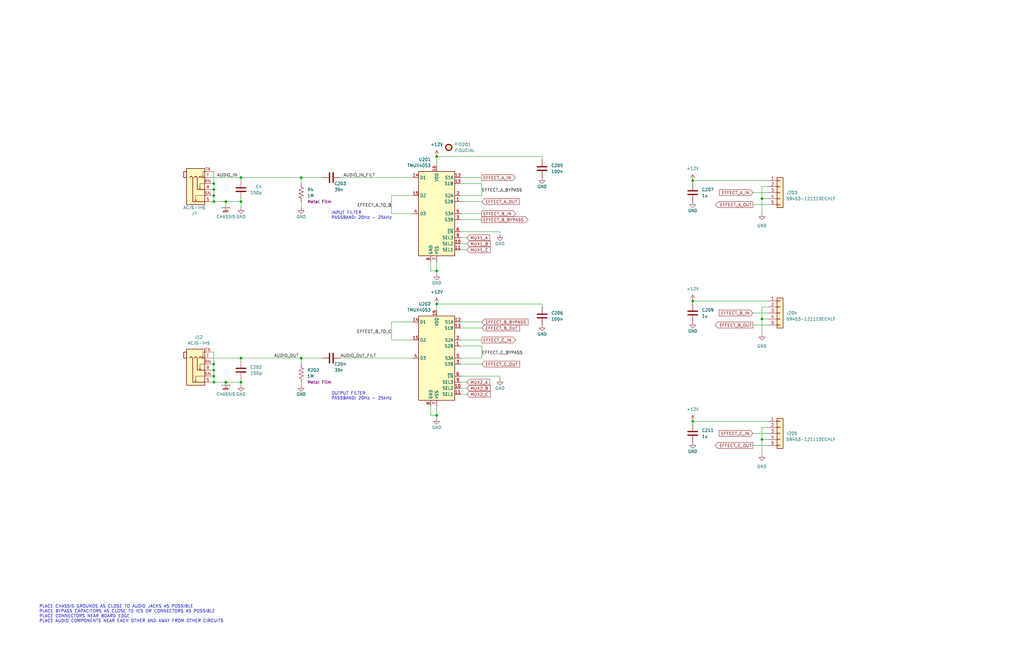
<source format=kicad_sch>
(kicad_sch (version 20231120) (generator "eeschema") (generator_version "8.0")
  (paper "USLedger")
  (title_block (title "Baseboard") (date "2023-08-19") (rev "A") (company "Alessandro Rizzoni") (comment 1 "SCHEMATIC") (comment 2 "DRAFT") (comment 3 "AIR"))
  (lib_symbols
    (symbol "Connector_Generic:Conn_01x05" (pin_names (offset 1.016) hide)
      (property "Reference" "J" (at 0 7.62 0))
      (property "Value" "Conn_01x05" (at 0 -7.62 0))
      (symbol "Conn_01x05_1_1"
        (rectangle (start -1.27 -4.953) (end 0 -5.207) (stroke (width 0.1524)))
        (rectangle (start -1.27 -2.413) (end 0 -2.667) (stroke (width 0.1524)))
        (rectangle (start -1.27 0.127) (end 0 -0.127) (stroke (width 0.1524)))
        (rectangle (start -1.27 2.667) (end 0 2.413) (stroke (width 0.1524)))
        (rectangle (start -1.27 5.207) (end 0 4.953) (stroke (width 0.1524)))
        (rectangle (start -1.27 6.35) (end 1.27 -6.35) (stroke (width 0.254)) (fill (type background)))
        (pin passive line (at -5.08 5.08 0) (length 3.81) (name "Pin_1") (number "1"))
        (pin passive line (at -5.08 2.54 0) (length 3.81) (name "Pin_2") (number "2"))
        (pin passive line (at -5.08 0 0) (length 3.81) (name "Pin_3") (number "3"))
        (pin passive line (at -5.08 -2.54 0) (length 3.81) (name "Pin_4") (number "4"))
        (pin passive line (at -5.08 -5.08 0) (length 3.81) (name "Pin_5") (number "5"))
      )
    )
    (symbol "Device:C" (pin_numbers hide) (pin_names (offset 0.254))
      (property "Reference" "C" (at 0.635 2.54 0))
      (property "Value" "C" (at 0.635 -2.54 0))
      (symbol "C_0_1"
        (polyline (pts (xy -2.032 -0.762) (xy 2.032 -0.762)) (stroke (width 0.508)))
        (polyline (pts (xy -2.032 0.762) (xy 2.032 0.762)) (stroke (width 0.508)))
      )
      (symbol "C_1_1"
        (pin passive line (at 0 3.81 270) (length 2.794) (name "~") (number "1"))
        (pin passive line (at 0 -3.81 90) (length 2.794) (name "~") (number "2"))
      )
    )
    (symbol "Device:R_US" (pin_numbers hide) (pin_names (offset 0))
      (property "Reference" "R" (at 2.54 0 90))
      (property "Value" "R_US" (at -2.54 0 90))
      (symbol "R_US_0_1"
        (polyline (pts (xy 0 -2.286) (xy 0 -2.54)))
        (polyline (pts (xy 0 2.286) (xy 0 2.54)))
        (polyline (pts (xy 0 -0.762) (xy 1.016 -1.143) (xy 0 -1.524) (xy -1.016 -1.905) (xy 0 -2.286)))
        (polyline (pts (xy 0 0.762) (xy 1.016 0.381) (xy 0 0) (xy -1.016 -0.381) (xy 0 -0.762)))
        (polyline (pts (xy 0 2.286) (xy 1.016 1.905) (xy 0 1.524) (xy -1.016 1.143) (xy 0 0.762)))
      )
      (symbol "R_US_1_1"
        (pin passive line (at 0 3.81 270) (length 1.27) (name "~") (number "1"))
        (pin passive line (at 0 -3.81 90) (length 1.27) (name "~") (number "2"))
      )
    )
    (symbol "Library:ACJS-IHS"
      (property "Reference" "J2" (at -1.905 11.43 0))
      (property "Value" "1/4\" JACK, STEREO" (at -1.905 8.89 0))
      (symbol "ACJS-IHS_0_1"
        (rectangle (start -6.35 -5.08) (end -5.08 -7.62) (stroke (width 0.254)))
        (polyline (pts (xy -1.27 4.826) (xy -1.016 4.318)))
        (polyline (pts (xy 0.508 -0.254) (xy 0.762 -0.762)))
        (polyline (pts (xy 1.778 -5.334) (xy 2.032 -5.842)))
        (polyline (pts (xy 0 -5.08) (xy 0.635 -5.715) (xy 1.27 -5.08) (xy 2.54 -5.08)) (stroke (width 0.254)))
        (polyline (pts (xy 2.54 -7.62) (xy 1.778 -7.62) (xy 1.778 -5.334) (xy 1.524 -5.842)))
        (polyline (pts (xy 2.54 -2.54) (xy 0.508 -2.54) (xy 0.508 -0.254) (xy 0.254 -0.762)))
        (polyline (pts (xy 2.54 2.54) (xy -1.27 2.54) (xy -1.27 4.826) (xy -1.524 4.318)))
        (polyline (pts (xy -1.905 -5.08) (xy -1.27 -5.715) (xy -0.635 -5.08) (xy -0.635 0) (xy 2.54 0)) (stroke (width 0.254)))
        (polyline (pts (xy 2.54 5.08) (xy -2.54 5.08) (xy -2.54 -5.08) (xy -3.175 -5.715) (xy -3.81 -5.08)) (stroke (width 0.254)))
        (rectangle (start 2.54 6.35) (end -5.08 -8.89) (stroke (width 0.254)) (fill (type background)))
      )
      (symbol "ACJS-IHS_1_1"
        (pin passive line (at 5.08 0 180) (length 2.54) (name "~") (number "R"))
        (pin passive line (at 5.08 -2.54 180) (length 2.54) (name "~") (number "RN"))
        (pin passive line (at 5.08 5.08 180) (length 2.54) (name "~") (number "S"))
        (pin passive line (at 5.08 2.54 180) (length 2.54) (name "~") (number "SN"))
        (pin passive line (at 5.08 -5.08 180) (length 2.54) (name "~") (number "T"))
        (pin passive line (at 5.08 -7.62 180) (length 2.54) (name "~") (number "TN"))
      )
    )
    (symbol "Library:Chassis" (pin_names (offset 0))
      (property "Value" "CHASSIS" (at 0 -3.302 0))
      (symbol "Chassis_0_1"
        (polyline (pts (xy 0 -1.27) (xy 0 0)))
        (polyline (pts (xy -1.016 -1.27) (xy -1.27 -2.032) (xy -1.27 -2.032)) (stroke (width 0.2032)))
        (polyline (pts (xy -0.508 -1.27) (xy -0.762 -2.032) (xy -0.762 -2.032)) (stroke (width 0.2032)))
        (polyline (pts (xy 0 -1.27) (xy -0.254 -2.032) (xy -0.254 -2.032)) (stroke (width 0.2032)))
        (polyline (pts (xy 0.508 -1.27) (xy 0.254 -2.032) (xy 0.254 -2.032)) (stroke (width 0.2032)))
        (polyline (pts (xy 1.016 -1.27) (xy -1.016 -1.27) (xy -1.016 -1.27)) (stroke (width 0.2032)))
        (polyline (pts (xy 1.016 -1.27) (xy 0.762 -2.032) (xy 0.762 -2.032) (xy 0.762 -2.032)) (stroke (width 0.2032)))
      )
      (symbol "Chassis_1_1"
        (pin power_in line (at 0 0 270) (length 0) (name "1") (number "1"))
      )
    )
    (symbol "Library:TI_TMUX_4053"
      (property "Reference" "U" (at -31.75 1.27 0))
      (property "Value" "TMUX 4053" (at -31.75 1.27 0))
      (symbol "TI_TMUX_4053_0_0"
        (pin bidirectional line (at -10.16 -1.27 0) (length 2.54) (name "S2B") (number "1"))
        (pin input line (at -10.16 -19.05 0) (length 2.54) (name "SEL2") (number "10"))
        (pin input line (at -10.16 -21.59 0) (length 2.54) (name "SEL1") (number "11"))
        (pin bidirectional line (at -10.16 8.89 0) (length 2.54) (name "S1A") (number "12"))
        (pin bidirectional line (at -10.16 6.35 0) (length 2.54) (name "S1B") (number "13"))
        (pin bidirectional line (at 10.16 8.89 180) (length 2.54) (name "D1") (number "14"))
        (pin bidirectional line (at 10.16 1.27 180) (length 2.54) (name "D2") (number "15"))
        (pin power_in line (at 0 13.97 270) (length 2.54) (name "VDD") (number "16"))
        (pin bidirectional line (at -10.16 1.27 0) (length 2.54) (name "S2A") (number "2"))
        (pin bidirectional line (at -10.16 -8.89 0) (length 2.54) (name "S3B") (number "3"))
        (pin bidirectional line (at 10.16 -6.35 180) (length 2.54) (name "D3") (number "4"))
        (pin bidirectional line (at -10.16 -6.35 0) (length 2.54) (name "S3A") (number "5"))
        (pin input line (at -10.16 -13.97 0) (length 2.54) (name "~{EN}") (number "6"))
        (pin power_in line (at 0 -26.67 90) (length 2.54) (name "VSS") (number "7"))
        (pin power_in line (at 2.54 -26.67 90) (length 2.54) (name "GND") (number "8"))
        (pin input line (at -10.16 -16.51 0) (length 2.54) (name "SEL3") (number "9"))
      )
      (symbol "TI_TMUX_4053_1_0"
        (pin power_in line (at 2.54 -26.67 90) (length 2.54) hide (name "GND") (number "17"))
      )
      (symbol "TI_TMUX_4053_1_1"
        (rectangle (start -7.62 11.43) (end 7.62 -24.13) (stroke (width 0.254)) (fill (type background)))
      )
    )
    (symbol "Mechanical:Fiducial" (exclude_from_sim yes) (in_bom no)
      (property "Reference" "FID" (at 0 5.08 0))
      (property "Value" "Fiducial" (at 0 3.175 0))
      (symbol "Fiducial_0_1"
        (circle (center 0 0) (radius 1.27) (stroke (width 0.508)) (fill (type background)))
      )
    )
    (symbol "power:+9V" (power) (pin_numbers hide) (pin_names (offset 0) hide)
      (property "Value" "+9V" (at 0 3.556 0))
      (symbol "+9V_0_1"
        (polyline (pts (xy -0.762 1.27) (xy 0 2.54)))
        (polyline (pts (xy 0 0) (xy 0 2.54)))
        (polyline (pts (xy 0 2.54) (xy 0.762 1.27)))
      )
      (symbol "+9V_1_1"
        (pin power_in line (at 0 0 90) (length 0) (name "~") (number "1"))
      )
    )
    (symbol "power:GND" (power) (pin_numbers hide) (pin_names (offset 0) hide)
      (property "Value" "GND" (at 0 -3.81 0))
      (symbol "GND_0_1"
        (polyline (pts (xy 0 0) (xy 0 -1.27) (xy 1.27 -1.27) (xy 0 -2.54) (xy -1.27 -1.27) (xy 0 -1.27)))
      )
      (symbol "GND_1_1"
        (pin power_in line (at 0 0 270) (length 0) (name "~") (number "1"))
      )
    )
  )
  (junction (at 184.15 66.04))
  (junction (at 184.15 114.3))
  (junction (at 184.15 175.26))
  (junction (at 101.6 161.29))
  (junction (at 90.17 77.47))
  (junction (at 90.17 156.21))
  (junction (at 90.17 80.01))
  (junction (at 90.17 85.09))
  (junction (at 95.25 161.29))
  (junction (at 292.1 76.2))
  (junction (at 90.17 158.75))
  (junction (at 127 74.93))
  (junction (at 321.31 83.82))
  (junction (at 321.31 134.62))
  (junction (at 90.17 161.29))
  (junction (at 127 151.13))
  (junction (at 101.6 85.09))
  (junction (at 184.15 128.27))
  (junction (at 101.6 74.93))
  (junction (at 90.17 82.55))
  (junction (at 101.6 151.13))
  (junction (at 292.1 177.8))
  (junction (at 90.17 153.67))
  (junction (at 292.1 127))
  (junction (at 95.25 85.09))
  (junction (at 321.31 185.42))
  (wire (pts (xy 184.15 176.53) (xy 184.15 175.26)))
  (wire (pts (xy 181.61 110.49) (xy 181.61 114.3)))
  (wire (pts (xy 90.17 85.09) (xy 88.9 85.09)))
  (wire (pts (xy 194.31 161.29) (xy 196.85 161.29)))
  (wire (pts (xy 194.31 97.79) (xy 210.82 97.79)))
  (wire (pts (xy 88.9 80.01) (xy 90.17 80.01)))
  (wire (pts (xy 194.31 105.41) (xy 196.85 105.41)))
  (wire (pts (xy 210.82 160.02) (xy 210.82 158.75)))
  (wire (pts (xy 165.1 135.89) (xy 173.99 135.89)))
  (wire (pts (xy 90.17 77.47) (xy 90.17 72.39)))
  (wire (pts (xy 88.9 77.47) (xy 90.17 77.47)))
  (wire (pts (xy 321.31 134.62) (xy 323.85 134.62)))
  (wire (pts (xy 127 85.09) (xy 127 87.63)))
  (wire (pts (xy 184.15 66.04) (xy 184.15 69.85)))
  (wire (pts (xy 101.6 161.29) (xy 95.25 161.29)))
  (wire (pts (xy 184.15 128.27) (xy 228.6 128.27)))
  (wire (pts (xy 90.17 80.01) (xy 90.17 77.47)))
  (wire (pts (xy 88.9 148.59) (xy 90.17 148.59)))
  (wire (pts (xy 184.15 171.45) (xy 184.15 175.26)))
  (wire (pts (xy 101.6 151.13) (xy 127 151.13)))
  (wire (pts (xy 317.5 132.08) (xy 323.85 132.08)))
  (wire (pts (xy 127 74.93) (xy 127 77.47)))
  (wire (pts (xy 292.1 177.8) (xy 323.85 177.8)))
  (wire (pts (xy 135.89 151.13) (xy 127 151.13)))
  (wire (pts (xy 321.31 78.74) (xy 323.85 78.74)))
  (wire (pts (xy 90.17 82.55) (xy 90.17 80.01)))
  (wire (pts (xy 143.51 74.93) (xy 173.99 74.93)))
  (wire (pts (xy 317.5 86.36) (xy 323.85 86.36)))
  (wire (pts (xy 292.1 177.8) (xy 292.1 179.07)))
  (wire (pts (xy 292.1 127) (xy 323.85 127)))
  (wire (pts (xy 181.61 175.26) (xy 184.15 175.26)))
  (wire (pts (xy 181.61 171.45) (xy 181.61 175.26)))
  (wire (pts (xy 210.82 99.06) (xy 210.82 97.79)))
  (wire (pts (xy 194.31 143.51) (xy 203.2 143.51)))
  (wire (pts (xy 90.17 156.21) (xy 88.9 156.21)))
  (wire (pts (xy 194.31 166.37) (xy 196.85 166.37)))
  (wire (pts (xy 203.2 146.05) (xy 203.2 151.13)))
  (wire (pts (xy 321.31 83.82) (xy 321.31 78.74)))
  (wire (pts (xy 101.6 74.93) (xy 101.6 76.2)))
  (wire (pts (xy 194.31 82.55) (xy 203.2 82.55)))
  (wire (pts (xy 317.5 187.96) (xy 323.85 187.96)))
  (wire (pts (xy 321.31 180.34) (xy 323.85 180.34)))
  (wire (pts (xy 321.31 83.82) (xy 321.31 90.17)))
  (wire (pts (xy 90.17 158.75) (xy 90.17 161.29)))
  (wire (pts (xy 101.6 83.82) (xy 101.6 85.09)))
  (wire (pts (xy 101.6 160.02) (xy 101.6 161.29)))
  (wire (pts (xy 321.31 129.54) (xy 323.85 129.54)))
  (wire (pts (xy 317.5 81.28) (xy 323.85 81.28)))
  (wire (pts (xy 184.15 130.81) (xy 184.15 128.27)))
  (wire (pts (xy 194.31 151.13) (xy 203.2 151.13)))
  (wire (pts (xy 90.17 161.29) (xy 95.25 161.29)))
  (wire (pts (xy 88.9 72.39) (xy 90.17 72.39)))
  (wire (pts (xy 90.17 148.59) (xy 90.17 153.67)))
  (wire (pts (xy 127 74.93) (xy 135.89 74.93)))
  (wire (pts (xy 317.5 137.16) (xy 323.85 137.16)))
  (wire (pts (xy 228.6 66.04) (xy 228.6 67.31)))
  (wire (pts (xy 184.15 66.04) (xy 228.6 66.04)))
  (wire (pts (xy 317.5 182.88) (xy 323.85 182.88)))
  (wire (pts (xy 127 153.67) (xy 127 151.13)))
  (wire (pts (xy 95.25 161.29) (xy 95.25 162.56)))
  (wire (pts (xy 321.31 83.82) (xy 323.85 83.82)))
  (wire (pts (xy 165.1 82.55) (xy 165.1 90.17)))
  (wire (pts (xy 321.31 185.42) (xy 323.85 185.42)))
  (wire (pts (xy 194.31 146.05) (xy 203.2 146.05)))
  (wire (pts (xy 165.1 90.17) (xy 173.99 90.17)))
  (wire (pts (xy 321.31 134.62) (xy 321.31 140.97)))
  (wire (pts (xy 194.31 92.71) (xy 203.2 92.71)))
  (wire (pts (xy 88.9 74.93) (xy 101.6 74.93)))
  (wire (pts (xy 194.31 102.87) (xy 196.85 102.87)))
  (wire (pts (xy 194.31 163.83) (xy 196.85 163.83)))
  (wire (pts (xy 194.31 100.33) (xy 196.85 100.33)))
  (wire (pts (xy 95.25 85.09) (xy 95.25 87.63)))
  (wire (pts (xy 181.61 114.3) (xy 184.15 114.3)))
  (wire (pts (xy 143.51 151.13) (xy 173.99 151.13)))
  (wire (pts (xy 203.2 77.47) (xy 203.2 82.55)))
  (wire (pts (xy 165.1 82.55) (xy 173.99 82.55)))
  (wire (pts (xy 165.1 143.51) (xy 173.99 143.51)))
  (wire (pts (xy 194.31 138.43) (xy 203.2 138.43)))
  (wire (pts (xy 292.1 76.2) (xy 323.85 76.2)))
  (wire (pts (xy 194.31 135.89) (xy 203.2 135.89)))
  (wire (pts (xy 127 161.29) (xy 127 162.56)))
  (wire (pts (xy 194.31 85.09) (xy 203.2 85.09)))
  (wire (pts (xy 101.6 161.29) (xy 101.6 162.56)))
  (wire (pts (xy 321.31 134.62) (xy 321.31 129.54)))
  (wire (pts (xy 321.31 185.42) (xy 321.31 191.77)))
  (wire (pts (xy 101.6 151.13) (xy 101.6 152.4)))
  (wire (pts (xy 194.31 153.67) (xy 203.2 153.67)))
  (wire (pts (xy 194.31 74.93) (xy 203.2 74.93)))
  (wire (pts (xy 194.31 158.75) (xy 210.82 158.75)))
  (wire (pts (xy 165.1 135.89) (xy 165.1 143.51)))
  (wire (pts (xy 292.1 127) (xy 292.1 128.27)))
  (wire (pts (xy 101.6 85.09) (xy 101.6 87.63)))
  (wire (pts (xy 184.15 110.49) (xy 184.15 114.3)))
  (wire (pts (xy 292.1 76.2) (xy 292.1 77.47)))
  (wire (pts (xy 321.31 185.42) (xy 321.31 180.34)))
  (wire (pts (xy 88.9 153.67) (xy 90.17 153.67)))
  (wire (pts (xy 194.31 90.17) (xy 203.2 90.17)))
  (wire (pts (xy 228.6 128.27) (xy 228.6 129.54)))
  (wire (pts (xy 101.6 74.93) (xy 127 74.93)))
  (wire (pts (xy 194.31 77.47) (xy 203.2 77.47)))
  (wire (pts (xy 184.15 115.57) (xy 184.15 114.3)))
  (wire (pts (xy 95.25 85.09) (xy 90.17 85.09)))
  (wire (pts (xy 90.17 156.21) (xy 90.17 158.75)))
  (wire (pts (xy 90.17 153.67) (xy 90.17 156.21)))
  (wire (pts (xy 90.17 82.55) (xy 90.17 85.09)))
  (wire (pts (xy 88.9 161.29) (xy 90.17 161.29)))
  (wire (pts (xy 88.9 82.55) (xy 90.17 82.55)))
  (wire (pts (xy 101.6 85.09) (xy 95.25 85.09)))
  (wire (pts (xy 90.17 158.75) (xy 88.9 158.75)))
  (wire (pts (xy 101.6 151.13) (xy 88.9 151.13)))
  (text "INPUT FILTER\nPASSBAND: 20Hz - 25kHz" (at 139.7 92.71 0) (effects (font (size 1.27 1.27)) (justify left bottom)))
  (text "PLACE CHASSIS GROUNDS AS CLOSE TO AUDIO JACKS AS POSSIBLE\nPLACE BYPASS CAPACITORS AS CLOSE TO ICS OR CONNECTORS AS POSSIBLE\nPLACE CONNECTORS NEAR BOARD EDGE\nPLACE AUDIO COMPONENTS NEAR EACH OTHER AND AWAY FROM OTHER CIRCUITS\n" (at 16.51 262.89 0) (effects (font (size 1.27 1.27)) (justify left bottom)))
  (text "OUTPUT FILTER\nPASSBAND: 20Hz - 25kHz" (at 139.7 168.91 0) (effects (font (size 1.27 1.27)) (justify left bottom)))
  (label "AUDIO_IN_FILT" (at 144.78 74.93 0))
  (label "EFFECT_B_TO_C" (at 165.1 140.97 180))
  (label "EFFECT_A_BYPASS" (at 203.2 81.28 0))
  (label "EFFECT_A_TO_B" (at 165.1 87.63 180))
  (label "EFFECT_C_BYPASS" (at 203.2 149.86 0))
  (label "AUDIO_OUT_FILT" (at 143.51 151.13 0))
  (label "AUDIO_OUT" (at 115.57 151.13 0))
  (label "AUDIO_IN" (at 91.44 74.93 0))
  (global_label "EFFECT_B_IN" (shape output) (at 203.2 90.17 0) (property "Intersheetrefs" "${INTERSHEET_REFS}" (effects (hide yes))))
  (global_label "MUX2_B" (shape input) (at 196.85 163.83 0) (property "Intersheetrefs" "${INTERSHEET_REFS}" (effects (hide yes))))
  (global_label "EFFECT_C_IN" (shape input) (at 317.5 182.88 180) (property "Intersheetrefs" "${INTERSHEET_REFS}" (effects (hide yes))))
  (global_label "MUX2_C" (shape input) (at 196.85 166.37 0) (property "Intersheetrefs" "${INTERSHEET_REFS}" (effects (hide yes))))
  (global_label "EFFECT_B_IN" (shape input) (at 317.5 132.08 180) (property "Intersheetrefs" "${INTERSHEET_REFS}" (effects (hide yes))))
  (global_label "EFFECT_A_OUT" (shape output) (at 317.5 86.36 180) (property "Intersheetrefs" "${INTERSHEET_REFS}" (effects (hide yes))))
  (global_label "EFFECT_C_OUT" (shape input) (at 203.2 153.67 0) (property "Intersheetrefs" "${INTERSHEET_REFS}" (effects (hide yes))))
  (global_label "EFFECT_B_BYPASS" (shape input) (at 203.2 135.89 0) (property "Intersheetrefs" "${INTERSHEET_REFS}" (effects (hide yes))))
  (global_label "EFFECT_B_OUT" (shape output) (at 317.5 137.16 180) (property "Intersheetrefs" "${INTERSHEET_REFS}" (effects (hide yes))))
  (global_label "MUX1_A" (shape input) (at 196.85 100.33 0) (property "Intersheetrefs" "${INTERSHEET_REFS}" (effects (hide yes))))
  (global_label "EFFECT_A_IN" (shape input) (at 317.5 81.28 180) (property "Intersheetrefs" "${INTERSHEET_REFS}" (effects (hide yes))))
  (global_label "MUX2_A" (shape input) (at 196.85 161.29 0) (property "Intersheetrefs" "${INTERSHEET_REFS}" (effects (hide yes))))
  (global_label "MUX1_B" (shape input) (at 196.85 102.87 0) (property "Intersheetrefs" "${INTERSHEET_REFS}" (effects (hide yes))))
  (global_label "EFFECT_A_OUT" (shape input) (at 203.2 85.09 0) (property "Intersheetrefs" "${INTERSHEET_REFS}" (effects (hide yes))))
  (global_label "EFFECT_B_BYPASS" (shape output) (at 203.2 92.71 0) (property "Intersheetrefs" "${INTERSHEET_REFS}" (effects (hide yes))))
  (global_label "EFFECT_B_OUT" (shape input) (at 203.2 138.43 0) (property "Intersheetrefs" "${INTERSHEET_REFS}" (effects (hide yes))))
  (global_label "EFFECT_C_IN" (shape output) (at 203.2 143.51 0) (property "Intersheetrefs" "${INTERSHEET_REFS}" (effects (hide yes))))
  (global_label "EFFECT_C_OUT" (shape output) (at 317.5 187.96 180) (property "Intersheetrefs" "${INTERSHEET_REFS}" (effects (hide yes))))
  (global_label "EFFECT_A_IN" (shape output) (at 203.2 74.93 0) (property "Intersheetrefs" "${INTERSHEET_REFS}" (effects (hide yes))))
  (global_label "MUX1_C" (shape input) (at 196.85 105.41 0) (property "Intersheetrefs" "${INTERSHEET_REFS}" (effects (hide yes))))
  (symbol (lib_id "Mechanical:Fiducial") (at 189.23 62.23 0) (unit 1)
    (property "Reference" "FID201" (at 191.77 60.96 0) (effects (justify left)))
    (property "Value" "FIDUCIAL" (at 191.77 63.5 0) (effects (justify left)))
    (property "Footprint" "Fiducial:Fiducial_0.5mm_Mask1mm" (effects (hide yes)))
    (property "Description" "Fiducial Marker" (effects (hide yes)))
    (property "Manufacturer" "N/A" (effects (hide yes)))
    (property "Part Number" "N/A" (effects (hide yes)))
    (property "Manufacturer (Alternate)" "N/A" (effects (hide yes)))
    (property "Part Number (Alternate)" "N/A" (effects (hide yes)))
  )
  (symbol (lib_id "Device:C") (at 228.6 71.12 0) (unit 1)
    (property "Reference" "C205" (at 232.41 69.85 0) (effects (justify left)))
    (property "Value" "100n" (at 232.41 72.39 0) (effects (justify left)))
    (property "Footprint" "Capacitor_SMD:C_0402_1005Metric" (effects (hide yes)))
    (property "Description" "Unpolarized capacitor" (effects (hide yes)))
  )
  (symbol (lib_id "power:GND") (at 292.1 85.09 0) (unit 1)
    (property "Reference" "#PWR0214" (effects (hide yes)))
    (property "Value" "GND" (at 292.1 88.9 0))
    (property "Description" "Power symbol creates a global label with name \"GND\" , ground" (effects (hide yes)))
  )
  (symbol (lib_id "power:+9V") (at 292.1 177.8 0) (unit 1)
    (property "Reference" "#PWR0221" (effects (hide yes)))
    (property "Value" "+12V" (at 292.1 172.72 0))
    (property "Description" "Power symbol creates a global label with name \"+9V\"" (effects (hide yes)))
  )
  (symbol (lib_id "power:GND") (at 184.15 115.57 0) (unit 1)
    (property "Reference" "#PWR0206" (effects (hide yes)))
    (property "Value" "GND" (at 184.15 119.38 0))
    (property "Description" "Power symbol creates a global label with name \"GND\" , ground" (effects (hide yes)))
  )
  (symbol (lib_id "power:GND") (at 321.31 140.97 0) (unit 1)
    (property "Reference" "#PWR0215" (effects (hide yes)))
    (property "Value" "GND" (at 321.31 146.05 0))
    (property "Description" "Power symbol creates a global label with name \"GND\" , ground" (effects (hide yes)))
  )
  (symbol (lib_id "power:GND") (at 210.82 99.06 0) (unit 1)
    (property "Reference" "#PWR0209" (effects (hide yes)))
    (property "Value" "GND" (at 210.82 102.87 0))
    (property "Description" "Power symbol creates a global label with name \"GND\" , ground" (effects (hide yes)))
  )
  (symbol (lib_id "Device:C") (at 292.1 132.08 0) (mirror x) (unit 1) (exclude_from_sim yes)
    (property "Reference" "C209" (at 295.91 130.81 0) (effects (justify left)))
    (property "Value" "1u" (at 295.91 133.35 0) (effects (justify left)))
    (property "Footprint" "Capacitor_SMD:C_0603_1608Metric" (effects (hide yes)))
    (property "Description" "Unpolarized capacitor" (effects (hide yes)))
    (property "Note 1" "30V" (effects (hide yes)))
  )
  (symbol (lib_id "Library:Chassis") (at 95.25 162.56 0) (unit 1) (exclude_from_sim yes)
    (property "Reference" "G202" (effects (hide yes)))
    (property "Value" "CHASSIS" (at 95.25 166.37 0))
    (property "Footprint" "Library:Harwin_EMI_Finger_S7061-46R" (effects (hide yes)))
    (property "Datasheet" "https://cdn.harwin.com/pdfs/Harwin_Product_Catalog_page_281.pdf" (effects (hide yes)))
    (property "Description" "Power symbol creates a global label with name \"Chassis\" , chassis ground" (effects (hide yes)))
    (property "Manufacturer" "Harwin" (effects (hide yes)))
    (property "Part Number" "S7061-46R" (effects (hide yes)))
    (property "Manufacturer (Alternate)" "Harwin" (effects (hide yes)))
    (property "Part Number (Alternate)" "S7061-42R" (effects (hide yes)))
  )
  (symbol (lib_id "Device:R_US") (at 127 157.48 0) (unit 1) (exclude_from_sim yes)
    (property "Reference" "R202" (at 129.54 156.21 0) (effects (justify left)))
    (property "Value" "1M" (at 129.54 158.75 0) (effects (justify left)))
    (property "Footprint" "Resistor_SMD:R_0603_1608Metric" (effects (hide yes)))
    (property "Description" "Resistor, US symbol" (effects (hide yes)))
    (property "Note 1" "Metal Film" (at 129.54 161.29 0) (effects (justify left)))
  )
  (symbol (lib_id "Connector_Generic:Conn_01x05") (at 328.93 81.28 0) (unit 1)
    (property "Reference" "J203" (at 331.47 81.28 0) (effects (justify left)))
    (property "Value" "59453-121110ECHLF" (at 331.47 83.82 0) (effects (justify left)))
    (property "Footprint" "Library:TE_6-440054-5" (effects (hide yes)))
    (property "Description" "Generic connector, single row, 01x05, script generated (kicad-library-utils/schlib/autogen/connector/)" (effects (hide yes)))
    (property "Manufacturer" "Amphenol ICC" (effects (hide yes)))
    (property "Part Number" "59453-121110ECHLF" (effects (hide yes)))
    (property "Manufacturer (Alternate)" "Amphenol ICC" (effects (hide yes)))
    (property "Part Number (Alternate)" "59453-121110EDHLF" (effects (hide yes)))
  )
  (symbol (lib_id "Connector_Generic:Conn_01x05") (at 328.93 182.88 0) (unit 1)
    (property "Reference" "J205" (at 331.47 182.88 0) (effects (justify left)))
    (property "Value" "59453-121110ECHLF" (at 331.47 185.42 0) (effects (justify left)))
    (property "Footprint" "Library:TE_6-440054-5" (effects (hide yes)))
    (property "Description" "Generic connector, single row, 01x05, script generated (kicad-library-utils/schlib/autogen/connector/)" (effects (hide yes)))
    (property "Manufacturer" "Amphenol ICC" (effects (hide yes)))
    (property "Part Number" "59453-121110ECHLF" (effects (hide yes)))
    (property "Manufacturer (Alternate)" "Amphenol ICC" (effects (hide yes)))
    (property "Part Number (Alternate)" "59453-121110EDHLF" (effects (hide yes)))
  )
  (symbol (lib_id "power:GND") (at 101.6 87.63 0) (mirror y) (unit 1)
    (property "Reference" "#PWR0201" (effects (hide yes)))
    (property "Value" "GND" (at 101.6 91.44 0))
    (property "Description" "Power symbol creates a global label with name \"GND\" , ground" (effects (hide yes)))
  )
  (symbol (lib_id "power:GND") (at 127 162.56 0) (mirror y) (unit 1)
    (property "Reference" "#PWR0204" (effects (hide yes)))
    (property "Value" "GND" (at 127 166.37 0))
    (property "Description" "Power symbol creates a global label with name \"GND\" , ground" (effects (hide yes)))
  )
  (symbol (lib_id "power:GND") (at 228.6 74.93 0) (unit 1)
    (property "Reference" "#PWR0211" (effects (hide yes)))
    (property "Value" "GND" (at 228.6 78.74 0))
    (property "Description" "Power symbol creates a global label with name \"GND\" , ground" (effects (hide yes)))
  )
  (symbol (lib_id "Device:C") (at 101.6 80.01 0) (mirror y) (unit 1) (exclude_from_sim yes)
    (property "Reference" "C4" (at 110.49 78.74 0) (effects (justify left)))
    (property "Value" "150p" (at 110.49 81.28 0) (effects (justify left)))
    (property "Footprint" "Capacitor_SMD:C_0603_1608Metric" (effects (hide yes)))
    (property "Description" "Unpolarized capacitor" (effects (hide yes)))
    (property "Note 1" "30V " (effects (hide yes)))
    (property "Note 2" "C0G(NP0)" (effects (hide yes)))
  )
  (symbol (lib_id "Device:R_US") (at 127 81.28 0) (unit 1) (exclude_from_sim yes)
    (property "Reference" "R4" (at 129.54 80.01 0) (effects (justify left)))
    (property "Value" "1M" (at 129.54 82.55 0) (effects (justify left)))
    (property "Footprint" "Resistor_SMD:R_0603_1608Metric" (effects (hide yes)))
    (property "Description" "Resistor, US symbol" (effects (hide yes)))
    (property "Note 1" "Metal Film" (at 129.54 85.09 0) (effects (justify left)))
  )
  (symbol (lib_id "Library:TI_TMUX_4053") (at 184.15 83.82 0) (mirror y) (unit 1)
    (property "Reference" "U201" (at 181.7075 67.31 0) (effects (justify left)))
    (property "Value" "TMUX4053" (at 181.7075 69.85 0) (effects (justify left)))
    (property "Footprint" "Library:Texas_BQB0016A_WQFN-16" (effects (hide yes)))
    (property "Datasheet" "https://www.ti.com/lit/ds/symlink/tmux4053.pdf?ts=1715636648226&ref_url=https%253A%252F%252Fwww.ti.com%252Fproduct%252FTMUX4053" (effects (hide yes)))
    (property "Manufacturer" "Texas Instruments" (effects (hide yes)))
    (property "Part Number" "TMUX4053BQBR" (effects (hide yes)))
    (property "Manufacturer (Alternate)" "Nexperia" (effects (hide yes)))
    (property "Part Number (Alternate)" "74HC4053BQ,115 " (effects (hide yes)))
  )
  (symbol (lib_id "Device:C") (at 292.1 182.88 0) (mirror x) (unit 1) (exclude_from_sim yes)
    (property "Reference" "C211" (at 295.91 181.61 0) (effects (justify left)))
    (property "Value" "1u" (at 295.91 184.15 0) (effects (justify left)))
    (property "Footprint" "Capacitor_SMD:C_0603_1608Metric" (effects (hide yes)))
    (property "Description" "Unpolarized capacitor" (effects (hide yes)))
    (property "Note 1" "30V" (effects (hide yes)))
  )
  (symbol (lib_id "Library:ACJS-IHS") (at 83.82 80.01 0) (mirror x) (unit 1) (exclude_from_sim yes)
    (property "Reference" "J7" (at 81.915 90.17 0))
    (property "Value" "ACJS-IHS" (at 81.915 87.63 0))
    (property "Footprint" "Library:Amphenol_ACJS-IHS" (effects (hide yes)))
    (property "Description" "Audio Jack, 3 Poles (Stereo / TRS), Switched Poles (Normalling)" (effects (hide yes)))
    (property "Manufacturer" "Amphenol Audio" (effects (hide yes)))
    (property "Part Number" "ACJS-IHS" (effects (hide yes)))
    (property "Manufacturer (Alternate)" "Amphenol " (effects (hide yes)))
    (property "Part Number (Alternate)" "ACJS-MHS" (effects (hide yes)))
  )
  (symbol (lib_id "Library:ACJS-IHS") (at 83.82 156.21 0) (mirror x) (unit 1) (exclude_from_sim yes)
    (property "Reference" "J12" (at 83.82 142.24 0))
    (property "Value" "ACJS-IHS" (at 83.82 144.78 0))
    (property "Footprint" "Library:Amphenol_ACJS-IHS" (effects (hide yes)))
    (property "Description" "Audio Jack, 3 Poles (Stereo / TRS), Switched Poles (Normalling)" (effects (hide yes)))
    (property "Manufacturer" "Amphenol Audio" (effects (hide yes)))
    (property "Part Number" "ACJS-IHS" (effects (hide yes)))
    (property "Manufacturer (Alternate)" "Amphenol " (effects (hide yes)))
    (property "Part Number (Alternate)" "ACJS-MHS" (effects (hide yes)))
  )
  (symbol (lib_id "power:GND") (at 228.6 137.16 0) (unit 1)
    (property "Reference" "#PWR0212" (effects (hide yes)))
    (property "Value" "GND" (at 228.6 140.97 0))
    (property "Description" "Power symbol creates a global label with name \"GND\" , ground" (effects (hide yes)))
  )
  (symbol (lib_id "power:GND") (at 127 87.63 0) (unit 1)
    (property "Reference" "#PWR0203" (effects (hide yes)))
    (property "Value" "GND" (at 127 91.44 0))
    (property "Description" "Power symbol creates a global label with name \"GND\" , ground" (effects (hide yes)))
  )
  (symbol (lib_id "Device:C") (at 101.6 156.21 0) (mirror y) (unit 1) (exclude_from_sim yes)
    (property "Reference" "C202" (at 110.49 154.94 0) (effects (justify left)))
    (property "Value" "150p" (at 110.49 157.48 0) (effects (justify left)))
    (property "Footprint" "Capacitor_SMD:C_0603_1608Metric" (effects (hide yes)))
    (property "Description" "Unpolarized capacitor" (effects (hide yes)))
    (property "Note 1" "30V " (effects (hide yes)))
    (property "Note 2" "C0G(NP0)" (effects (hide yes)))
  )
  (symbol (lib_id "power:+9V") (at 292.1 127 0) (unit 1)
    (property "Reference" "#PWR0217" (effects (hide yes)))
    (property "Value" "+12V" (at 292.1 121.92 0))
    (property "Description" "Power symbol creates a global label with name \"+9V\"" (effects (hide yes)))
  )
  (symbol (lib_id "power:+9V") (at 292.1 76.2 0) (unit 1)
    (property "Reference" "#PWR0213" (effects (hide yes)))
    (property "Value" "+12V" (at 292.1 71.12 0))
    (property "Description" "Power symbol creates a global label with name \"+9V\"" (effects (hide yes)))
  )
  (symbol (lib_id "Device:C") (at 292.1 81.28 0) (mirror x) (unit 1) (exclude_from_sim yes)
    (property "Reference" "C207" (at 295.91 80.01 0) (effects (justify left)))
    (property "Value" "1u" (at 295.91 82.55 0) (effects (justify left)))
    (property "Footprint" "Capacitor_SMD:C_0603_1608Metric" (effects (hide yes)))
    (property "Description" "Unpolarized capacitor" (effects (hide yes)))
    (property "Note 1" "30V" (effects (hide yes)))
  )
  (symbol (lib_id "Library:TI_TMUX_4053") (at 184.15 144.78 0) (mirror y) (unit 1)
    (property "Reference" "U202" (at 181.7075 128.27 0) (effects (justify left)))
    (property "Value" "TMUX4053" (at 181.7075 130.81 0) (effects (justify left)))
    (property "Footprint" "Library:Texas_BQB0016A_WQFN-16" (effects (hide yes)))
    (property "Datasheet" "https://www.ti.com/lit/ds/symlink/tmux4053.pdf?ts=1715636648226&ref_url=https%253A%252F%252Fwww.ti.com%252Fproduct%252FTMUX4053" (effects (hide yes)))
    (property "Manufacturer" "Texas Instruments" (effects (hide yes)))
    (property "Part Number" "TMUX4053BQBR" (effects (hide yes)))
    (property "Manufacturer (Alternate)" "Nexperia" (effects (hide yes)))
    (property "Part Number (Alternate)" "74HC4053BQ,115 " (effects (hide yes)))
  )
  (symbol (lib_id "power:+9V") (at 184.15 128.27 0) (unit 1)
    (property "Reference" "#PWR0207" (effects (hide yes)))
    (property "Value" "+12V" (at 184.15 123.19 0))
    (property "Description" "Power symbol creates a global label with name \"+9V\"" (effects (hide yes)))
  )
  (symbol (lib_id "Device:C") (at 139.7 151.13 90) (unit 1) (exclude_from_sim yes)
    (property "Reference" "C204" (at 146.05 153.67 90) (effects (justify left)))
    (property "Value" "39n" (at 144.78 156.21 90) (effects (justify left)))
    (property "Footprint" "Capacitor_SMD:C_0603_1608Metric" (effects (hide yes)))
    (property "Description" "Unpolarized capacitor" (effects (hide yes)))
    (property "Note 1" "30V " (effects (hide yes)))
    (property "Note 2" "C0G(NP0)" (effects (hide yes)))
  )
  (symbol (lib_id "power:+9V") (at 184.15 66.04 0) (unit 1)
    (property "Reference" "#PWR0205" (effects (hide yes)))
    (property "Value" "+12V" (at 184.15 60.96 0))
    (property "Description" "Power symbol creates a global label with name \"+9V\"" (effects (hide yes)))
  )
  (symbol (lib_id "power:GND") (at 321.31 191.77 0) (unit 1)
    (property "Reference" "#PWR0216" (effects (hide yes)))
    (property "Value" "GND" (at 321.31 196.85 0))
    (property "Description" "Power symbol creates a global label with name \"GND\" , ground" (effects (hide yes)))
  )
  (symbol (lib_id "Device:C") (at 139.7 74.93 90) (unit 1) (exclude_from_sim yes)
    (property "Reference" "C203" (at 146.05 77.47 90) (effects (justify left)))
    (property "Value" "39n" (at 144.78 80.01 90) (effects (justify left)))
    (property "Footprint" "Capacitor_SMD:C_0603_1608Metric" (effects (hide yes)))
    (property "Description" "Unpolarized capacitor" (effects (hide yes)))
    (property "Note 1" "30V " (effects (hide yes)))
    (property "Note 2" "C0G(NP0)" (effects (hide yes)))
  )
  (symbol (lib_id "power:GND") (at 101.6 162.56 0) (mirror y) (unit 1)
    (property "Reference" "#PWR0202" (effects (hide yes)))
    (property "Value" "GND" (at 101.6 166.37 0))
    (property "Description" "Power symbol creates a global label with name \"GND\" , ground" (effects (hide yes)))
  )
  (symbol (lib_id "Library:Chassis") (at 95.25 87.63 0) (unit 1) (exclude_from_sim yes)
    (property "Reference" "G201" (effects (hide yes)))
    (property "Value" "CHASSIS" (at 95.25 91.44 0))
    (property "Footprint" "Library:Harwin_EMI_Finger_S7061-46R" (effects (hide yes)))
    (property "Datasheet" "https://cdn.harwin.com/pdfs/Harwin_Product_Catalog_page_281.pdf" (effects (hide yes)))
    (property "Description" "Power symbol creates a global label with name \"Chassis\" , chassis ground" (effects (hide yes)))
    (property "Manufacturer" "Harwin" (effects (hide yes)))
    (property "Part Number" "S7061-46R" (effects (hide yes)))
    (property "Manufacturer (Alternate)" "Harwin" (effects (hide yes)))
    (property "Part Number (Alternate)" "S7061-42R" (effects (hide yes)))
  )
  (symbol (lib_id "power:GND") (at 292.1 186.69 0) (unit 1)
    (property "Reference" "#PWR0222" (effects (hide yes)))
    (property "Value" "GND" (at 292.1 190.5 0))
    (property "Description" "Power symbol creates a global label with name \"GND\" , ground" (effects (hide yes)))
  )
  (symbol (lib_id "power:GND") (at 321.31 90.17 0) (unit 1)
    (property "Reference" "#PWR0225" (effects (hide yes)))
    (property "Value" "GND" (at 321.31 95.25 0))
    (property "Description" "Power symbol creates a global label with name \"GND\" , ground" (effects (hide yes)))
  )
  (symbol (lib_id "power:GND") (at 210.82 160.02 0) (unit 1)
    (property "Reference" "#PWR0210" (effects (hide yes)))
    (property "Value" "GND" (at 210.82 163.83 0))
    (property "Description" "Power symbol creates a global label with name \"GND\" , ground" (effects (hide yes)))
  )
  (symbol (lib_id "Connector_Generic:Conn_01x05") (at 328.93 132.08 0) (unit 1)
    (property "Reference" "J204" (at 331.47 132.08 0) (effects (justify left)))
    (property "Value" "59453-121110ECHLF" (at 331.47 134.62 0) (effects (justify left)))
    (property "Footprint" "Library:TE_6-440054-5" (effects (hide yes)))
    (property "Description" "Generic connector, single row, 01x05, script generated (kicad-library-utils/schlib/autogen/connector/)" (effects (hide yes)))
    (property "Manufacturer" "Amphenol ICC" (effects (hide yes)))
    (property "Part Number" "59453-121110ECHLF" (effects (hide yes)))
    (property "Manufacturer (Alternate)" "Amphenol ICC" (effects (hide yes)))
    (property "Part Number (Alternate)" "59453-121110EDHLF" (effects (hide yes)))
  )
  (symbol (lib_id "power:GND") (at 184.15 176.53 0) (unit 1)
    (property "Reference" "#PWR0208" (effects (hide yes)))
    (property "Value" "GND" (at 184.15 180.34 0))
    (property "Description" "Power symbol creates a global label with name \"GND\" , ground" (effects (hide yes)))
  )
  (symbol (lib_id "power:GND") (at 292.1 135.89 0) (unit 1)
    (property "Reference" "#PWR0218" (effects (hide yes)))
    (property "Value" "GND" (at 292.1 139.7 0))
    (property "Description" "Power symbol creates a global label with name \"GND\" , ground" (effects (hide yes)))
  )
  (symbol (lib_id "Device:C") (at 228.6 133.35 0) (unit 1)
    (property "Reference" "C206" (at 232.41 132.08 0) (effects (justify left)))
    (property "Value" "100n" (at 232.41 134.62 0) (effects (justify left)))
    (property "Footprint" "Capacitor_SMD:C_0402_1005Metric" (effects (hide yes)))
    (property "Description" "Unpolarized capacitor" (effects (hide yes)))
  )
)
</source>
